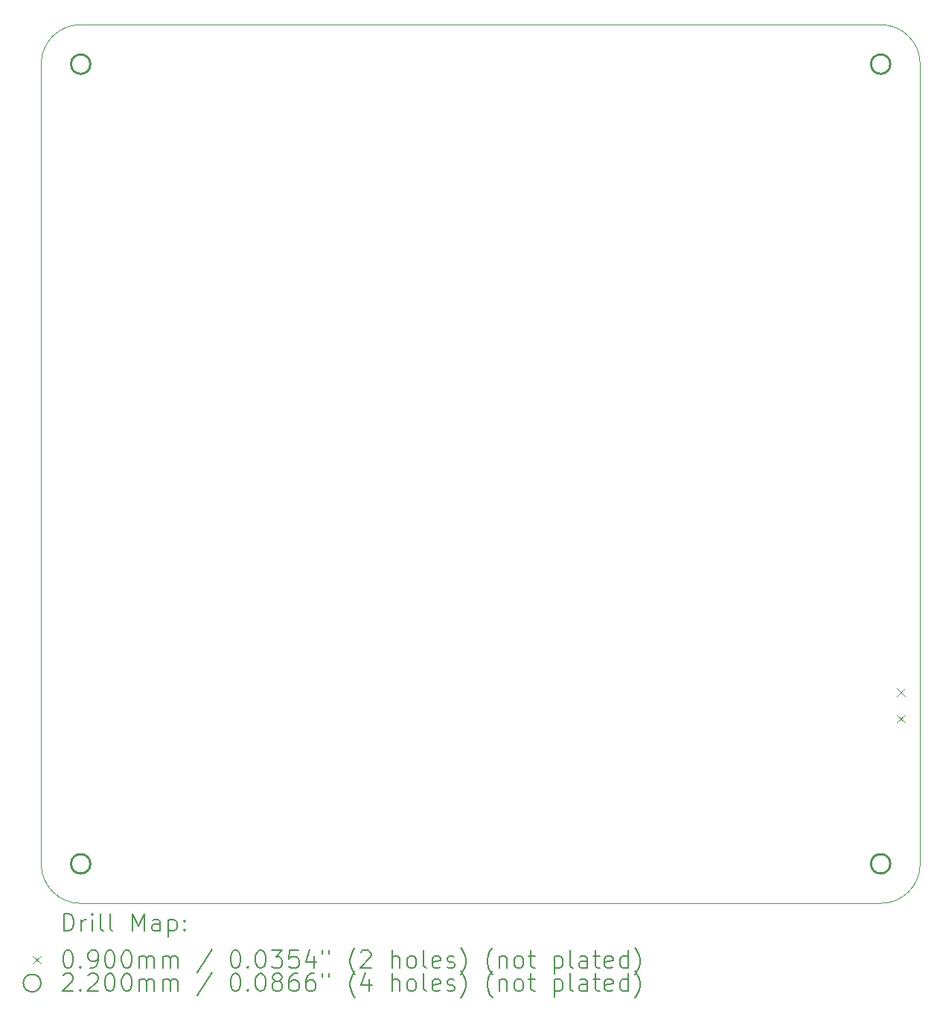
<source format=gbr>
%TF.GenerationSoftware,KiCad,Pcbnew,8.0.5*%
%TF.CreationDate,2024-12-21T22:21:37-05:00*%
%TF.ProjectId,stm-midi-poc1,73746d2d-6d69-4646-992d-706f63312e6b,1*%
%TF.SameCoordinates,Original*%
%TF.FileFunction,Drillmap*%
%TF.FilePolarity,Positive*%
%FSLAX45Y45*%
G04 Gerber Fmt 4.5, Leading zero omitted, Abs format (unit mm)*
G04 Created by KiCad (PCBNEW 8.0.5) date 2024-12-21 22:21:37*
%MOMM*%
%LPD*%
G01*
G04 APERTURE LIST*
%ADD10C,0.050000*%
%ADD11C,0.200000*%
%ADD12C,0.100000*%
%ADD13C,0.220000*%
G04 APERTURE END LIST*
D10*
X20699118Y-13197848D02*
X20699118Y-4097848D01*
X20249118Y-3647848D02*
X11149118Y-3647848D01*
X20249118Y-3647848D02*
G75*
G02*
X20699122Y-4097848I2J-450002D01*
G01*
X20249118Y-13647848D02*
X11149118Y-13647848D01*
X11149118Y-13647848D02*
G75*
G02*
X10699122Y-13197848I2J449998D01*
G01*
X10699118Y-4097848D02*
X10699118Y-13197848D01*
X20699118Y-13197848D02*
G75*
G02*
X20249118Y-13647848I-449998J-2D01*
G01*
X10699118Y-4097848D02*
G75*
G02*
X11149118Y-3647848I450002J-2D01*
G01*
D11*
D12*
X20437118Y-11202848D02*
X20527118Y-11292848D01*
X20527118Y-11202848D02*
X20437118Y-11292848D01*
X20437118Y-11502848D02*
X20527118Y-11592848D01*
X20527118Y-11502848D02*
X20437118Y-11592848D01*
D13*
X11259118Y-13197848D02*
G75*
G02*
X11039118Y-13197848I-110000J0D01*
G01*
X11039118Y-13197848D02*
G75*
G02*
X11259118Y-13197848I110000J0D01*
G01*
X11259118Y-4097848D02*
G75*
G02*
X11039118Y-4097848I-110000J0D01*
G01*
X11039118Y-4097848D02*
G75*
G02*
X11259118Y-4097848I110000J0D01*
G01*
X20359118Y-4097848D02*
G75*
G02*
X20139118Y-4097848I-110000J0D01*
G01*
X20139118Y-4097848D02*
G75*
G02*
X20359118Y-4097848I110000J0D01*
G01*
X20359118Y-13197848D02*
G75*
G02*
X20139118Y-13197848I-110000J0D01*
G01*
X20139118Y-13197848D02*
G75*
G02*
X20359118Y-13197848I110000J0D01*
G01*
D11*
X10957395Y-13961832D02*
X10957395Y-13761832D01*
X10957395Y-13761832D02*
X11005014Y-13761832D01*
X11005014Y-13761832D02*
X11033585Y-13771356D01*
X11033585Y-13771356D02*
X11052633Y-13790403D01*
X11052633Y-13790403D02*
X11062157Y-13809451D01*
X11062157Y-13809451D02*
X11071681Y-13847546D01*
X11071681Y-13847546D02*
X11071681Y-13876118D01*
X11071681Y-13876118D02*
X11062157Y-13914213D01*
X11062157Y-13914213D02*
X11052633Y-13933260D01*
X11052633Y-13933260D02*
X11033585Y-13952308D01*
X11033585Y-13952308D02*
X11005014Y-13961832D01*
X11005014Y-13961832D02*
X10957395Y-13961832D01*
X11157395Y-13961832D02*
X11157395Y-13828498D01*
X11157395Y-13866594D02*
X11166919Y-13847546D01*
X11166919Y-13847546D02*
X11176443Y-13838022D01*
X11176443Y-13838022D02*
X11195490Y-13828498D01*
X11195490Y-13828498D02*
X11214538Y-13828498D01*
X11281204Y-13961832D02*
X11281204Y-13828498D01*
X11281204Y-13761832D02*
X11271681Y-13771356D01*
X11271681Y-13771356D02*
X11281204Y-13780879D01*
X11281204Y-13780879D02*
X11290728Y-13771356D01*
X11290728Y-13771356D02*
X11281204Y-13761832D01*
X11281204Y-13761832D02*
X11281204Y-13780879D01*
X11405014Y-13961832D02*
X11385966Y-13952308D01*
X11385966Y-13952308D02*
X11376442Y-13933260D01*
X11376442Y-13933260D02*
X11376442Y-13761832D01*
X11509776Y-13961832D02*
X11490728Y-13952308D01*
X11490728Y-13952308D02*
X11481204Y-13933260D01*
X11481204Y-13933260D02*
X11481204Y-13761832D01*
X11738347Y-13961832D02*
X11738347Y-13761832D01*
X11738347Y-13761832D02*
X11805014Y-13904689D01*
X11805014Y-13904689D02*
X11871681Y-13761832D01*
X11871681Y-13761832D02*
X11871681Y-13961832D01*
X12052633Y-13961832D02*
X12052633Y-13857070D01*
X12052633Y-13857070D02*
X12043109Y-13838022D01*
X12043109Y-13838022D02*
X12024062Y-13828498D01*
X12024062Y-13828498D02*
X11985966Y-13828498D01*
X11985966Y-13828498D02*
X11966919Y-13838022D01*
X12052633Y-13952308D02*
X12033585Y-13961832D01*
X12033585Y-13961832D02*
X11985966Y-13961832D01*
X11985966Y-13961832D02*
X11966919Y-13952308D01*
X11966919Y-13952308D02*
X11957395Y-13933260D01*
X11957395Y-13933260D02*
X11957395Y-13914213D01*
X11957395Y-13914213D02*
X11966919Y-13895165D01*
X11966919Y-13895165D02*
X11985966Y-13885641D01*
X11985966Y-13885641D02*
X12033585Y-13885641D01*
X12033585Y-13885641D02*
X12052633Y-13876118D01*
X12147871Y-13828498D02*
X12147871Y-14028498D01*
X12147871Y-13838022D02*
X12166919Y-13828498D01*
X12166919Y-13828498D02*
X12205014Y-13828498D01*
X12205014Y-13828498D02*
X12224062Y-13838022D01*
X12224062Y-13838022D02*
X12233585Y-13847546D01*
X12233585Y-13847546D02*
X12243109Y-13866594D01*
X12243109Y-13866594D02*
X12243109Y-13923737D01*
X12243109Y-13923737D02*
X12233585Y-13942784D01*
X12233585Y-13942784D02*
X12224062Y-13952308D01*
X12224062Y-13952308D02*
X12205014Y-13961832D01*
X12205014Y-13961832D02*
X12166919Y-13961832D01*
X12166919Y-13961832D02*
X12147871Y-13952308D01*
X12328823Y-13942784D02*
X12338347Y-13952308D01*
X12338347Y-13952308D02*
X12328823Y-13961832D01*
X12328823Y-13961832D02*
X12319300Y-13952308D01*
X12319300Y-13952308D02*
X12328823Y-13942784D01*
X12328823Y-13942784D02*
X12328823Y-13961832D01*
X12328823Y-13838022D02*
X12338347Y-13847546D01*
X12338347Y-13847546D02*
X12328823Y-13857070D01*
X12328823Y-13857070D02*
X12319300Y-13847546D01*
X12319300Y-13847546D02*
X12328823Y-13838022D01*
X12328823Y-13838022D02*
X12328823Y-13857070D01*
D12*
X10606618Y-14245348D02*
X10696618Y-14335348D01*
X10696618Y-14245348D02*
X10606618Y-14335348D01*
D11*
X10995490Y-14181832D02*
X11014538Y-14181832D01*
X11014538Y-14181832D02*
X11033585Y-14191356D01*
X11033585Y-14191356D02*
X11043109Y-14200879D01*
X11043109Y-14200879D02*
X11052633Y-14219927D01*
X11052633Y-14219927D02*
X11062157Y-14258022D01*
X11062157Y-14258022D02*
X11062157Y-14305641D01*
X11062157Y-14305641D02*
X11052633Y-14343737D01*
X11052633Y-14343737D02*
X11043109Y-14362784D01*
X11043109Y-14362784D02*
X11033585Y-14372308D01*
X11033585Y-14372308D02*
X11014538Y-14381832D01*
X11014538Y-14381832D02*
X10995490Y-14381832D01*
X10995490Y-14381832D02*
X10976443Y-14372308D01*
X10976443Y-14372308D02*
X10966919Y-14362784D01*
X10966919Y-14362784D02*
X10957395Y-14343737D01*
X10957395Y-14343737D02*
X10947871Y-14305641D01*
X10947871Y-14305641D02*
X10947871Y-14258022D01*
X10947871Y-14258022D02*
X10957395Y-14219927D01*
X10957395Y-14219927D02*
X10966919Y-14200879D01*
X10966919Y-14200879D02*
X10976443Y-14191356D01*
X10976443Y-14191356D02*
X10995490Y-14181832D01*
X11147871Y-14362784D02*
X11157395Y-14372308D01*
X11157395Y-14372308D02*
X11147871Y-14381832D01*
X11147871Y-14381832D02*
X11138347Y-14372308D01*
X11138347Y-14372308D02*
X11147871Y-14362784D01*
X11147871Y-14362784D02*
X11147871Y-14381832D01*
X11252633Y-14381832D02*
X11290728Y-14381832D01*
X11290728Y-14381832D02*
X11309776Y-14372308D01*
X11309776Y-14372308D02*
X11319300Y-14362784D01*
X11319300Y-14362784D02*
X11338347Y-14334213D01*
X11338347Y-14334213D02*
X11347871Y-14296118D01*
X11347871Y-14296118D02*
X11347871Y-14219927D01*
X11347871Y-14219927D02*
X11338347Y-14200879D01*
X11338347Y-14200879D02*
X11328823Y-14191356D01*
X11328823Y-14191356D02*
X11309776Y-14181832D01*
X11309776Y-14181832D02*
X11271681Y-14181832D01*
X11271681Y-14181832D02*
X11252633Y-14191356D01*
X11252633Y-14191356D02*
X11243109Y-14200879D01*
X11243109Y-14200879D02*
X11233585Y-14219927D01*
X11233585Y-14219927D02*
X11233585Y-14267546D01*
X11233585Y-14267546D02*
X11243109Y-14286594D01*
X11243109Y-14286594D02*
X11252633Y-14296118D01*
X11252633Y-14296118D02*
X11271681Y-14305641D01*
X11271681Y-14305641D02*
X11309776Y-14305641D01*
X11309776Y-14305641D02*
X11328823Y-14296118D01*
X11328823Y-14296118D02*
X11338347Y-14286594D01*
X11338347Y-14286594D02*
X11347871Y-14267546D01*
X11471681Y-14181832D02*
X11490728Y-14181832D01*
X11490728Y-14181832D02*
X11509776Y-14191356D01*
X11509776Y-14191356D02*
X11519300Y-14200879D01*
X11519300Y-14200879D02*
X11528823Y-14219927D01*
X11528823Y-14219927D02*
X11538347Y-14258022D01*
X11538347Y-14258022D02*
X11538347Y-14305641D01*
X11538347Y-14305641D02*
X11528823Y-14343737D01*
X11528823Y-14343737D02*
X11519300Y-14362784D01*
X11519300Y-14362784D02*
X11509776Y-14372308D01*
X11509776Y-14372308D02*
X11490728Y-14381832D01*
X11490728Y-14381832D02*
X11471681Y-14381832D01*
X11471681Y-14381832D02*
X11452633Y-14372308D01*
X11452633Y-14372308D02*
X11443109Y-14362784D01*
X11443109Y-14362784D02*
X11433585Y-14343737D01*
X11433585Y-14343737D02*
X11424062Y-14305641D01*
X11424062Y-14305641D02*
X11424062Y-14258022D01*
X11424062Y-14258022D02*
X11433585Y-14219927D01*
X11433585Y-14219927D02*
X11443109Y-14200879D01*
X11443109Y-14200879D02*
X11452633Y-14191356D01*
X11452633Y-14191356D02*
X11471681Y-14181832D01*
X11662157Y-14181832D02*
X11681204Y-14181832D01*
X11681204Y-14181832D02*
X11700252Y-14191356D01*
X11700252Y-14191356D02*
X11709776Y-14200879D01*
X11709776Y-14200879D02*
X11719300Y-14219927D01*
X11719300Y-14219927D02*
X11728823Y-14258022D01*
X11728823Y-14258022D02*
X11728823Y-14305641D01*
X11728823Y-14305641D02*
X11719300Y-14343737D01*
X11719300Y-14343737D02*
X11709776Y-14362784D01*
X11709776Y-14362784D02*
X11700252Y-14372308D01*
X11700252Y-14372308D02*
X11681204Y-14381832D01*
X11681204Y-14381832D02*
X11662157Y-14381832D01*
X11662157Y-14381832D02*
X11643109Y-14372308D01*
X11643109Y-14372308D02*
X11633585Y-14362784D01*
X11633585Y-14362784D02*
X11624062Y-14343737D01*
X11624062Y-14343737D02*
X11614538Y-14305641D01*
X11614538Y-14305641D02*
X11614538Y-14258022D01*
X11614538Y-14258022D02*
X11624062Y-14219927D01*
X11624062Y-14219927D02*
X11633585Y-14200879D01*
X11633585Y-14200879D02*
X11643109Y-14191356D01*
X11643109Y-14191356D02*
X11662157Y-14181832D01*
X11814538Y-14381832D02*
X11814538Y-14248498D01*
X11814538Y-14267546D02*
X11824062Y-14258022D01*
X11824062Y-14258022D02*
X11843109Y-14248498D01*
X11843109Y-14248498D02*
X11871681Y-14248498D01*
X11871681Y-14248498D02*
X11890728Y-14258022D01*
X11890728Y-14258022D02*
X11900252Y-14277070D01*
X11900252Y-14277070D02*
X11900252Y-14381832D01*
X11900252Y-14277070D02*
X11909776Y-14258022D01*
X11909776Y-14258022D02*
X11928823Y-14248498D01*
X11928823Y-14248498D02*
X11957395Y-14248498D01*
X11957395Y-14248498D02*
X11976443Y-14258022D01*
X11976443Y-14258022D02*
X11985966Y-14277070D01*
X11985966Y-14277070D02*
X11985966Y-14381832D01*
X12081204Y-14381832D02*
X12081204Y-14248498D01*
X12081204Y-14267546D02*
X12090728Y-14258022D01*
X12090728Y-14258022D02*
X12109776Y-14248498D01*
X12109776Y-14248498D02*
X12138347Y-14248498D01*
X12138347Y-14248498D02*
X12157395Y-14258022D01*
X12157395Y-14258022D02*
X12166919Y-14277070D01*
X12166919Y-14277070D02*
X12166919Y-14381832D01*
X12166919Y-14277070D02*
X12176443Y-14258022D01*
X12176443Y-14258022D02*
X12195490Y-14248498D01*
X12195490Y-14248498D02*
X12224062Y-14248498D01*
X12224062Y-14248498D02*
X12243109Y-14258022D01*
X12243109Y-14258022D02*
X12252633Y-14277070D01*
X12252633Y-14277070D02*
X12252633Y-14381832D01*
X12643109Y-14172308D02*
X12471681Y-14429451D01*
X12900252Y-14181832D02*
X12919300Y-14181832D01*
X12919300Y-14181832D02*
X12938347Y-14191356D01*
X12938347Y-14191356D02*
X12947871Y-14200879D01*
X12947871Y-14200879D02*
X12957395Y-14219927D01*
X12957395Y-14219927D02*
X12966919Y-14258022D01*
X12966919Y-14258022D02*
X12966919Y-14305641D01*
X12966919Y-14305641D02*
X12957395Y-14343737D01*
X12957395Y-14343737D02*
X12947871Y-14362784D01*
X12947871Y-14362784D02*
X12938347Y-14372308D01*
X12938347Y-14372308D02*
X12919300Y-14381832D01*
X12919300Y-14381832D02*
X12900252Y-14381832D01*
X12900252Y-14381832D02*
X12881205Y-14372308D01*
X12881205Y-14372308D02*
X12871681Y-14362784D01*
X12871681Y-14362784D02*
X12862157Y-14343737D01*
X12862157Y-14343737D02*
X12852633Y-14305641D01*
X12852633Y-14305641D02*
X12852633Y-14258022D01*
X12852633Y-14258022D02*
X12862157Y-14219927D01*
X12862157Y-14219927D02*
X12871681Y-14200879D01*
X12871681Y-14200879D02*
X12881205Y-14191356D01*
X12881205Y-14191356D02*
X12900252Y-14181832D01*
X13052633Y-14362784D02*
X13062157Y-14372308D01*
X13062157Y-14372308D02*
X13052633Y-14381832D01*
X13052633Y-14381832D02*
X13043109Y-14372308D01*
X13043109Y-14372308D02*
X13052633Y-14362784D01*
X13052633Y-14362784D02*
X13052633Y-14381832D01*
X13185966Y-14181832D02*
X13205014Y-14181832D01*
X13205014Y-14181832D02*
X13224062Y-14191356D01*
X13224062Y-14191356D02*
X13233586Y-14200879D01*
X13233586Y-14200879D02*
X13243109Y-14219927D01*
X13243109Y-14219927D02*
X13252633Y-14258022D01*
X13252633Y-14258022D02*
X13252633Y-14305641D01*
X13252633Y-14305641D02*
X13243109Y-14343737D01*
X13243109Y-14343737D02*
X13233586Y-14362784D01*
X13233586Y-14362784D02*
X13224062Y-14372308D01*
X13224062Y-14372308D02*
X13205014Y-14381832D01*
X13205014Y-14381832D02*
X13185966Y-14381832D01*
X13185966Y-14381832D02*
X13166919Y-14372308D01*
X13166919Y-14372308D02*
X13157395Y-14362784D01*
X13157395Y-14362784D02*
X13147871Y-14343737D01*
X13147871Y-14343737D02*
X13138347Y-14305641D01*
X13138347Y-14305641D02*
X13138347Y-14258022D01*
X13138347Y-14258022D02*
X13147871Y-14219927D01*
X13147871Y-14219927D02*
X13157395Y-14200879D01*
X13157395Y-14200879D02*
X13166919Y-14191356D01*
X13166919Y-14191356D02*
X13185966Y-14181832D01*
X13319300Y-14181832D02*
X13443109Y-14181832D01*
X13443109Y-14181832D02*
X13376443Y-14258022D01*
X13376443Y-14258022D02*
X13405014Y-14258022D01*
X13405014Y-14258022D02*
X13424062Y-14267546D01*
X13424062Y-14267546D02*
X13433586Y-14277070D01*
X13433586Y-14277070D02*
X13443109Y-14296118D01*
X13443109Y-14296118D02*
X13443109Y-14343737D01*
X13443109Y-14343737D02*
X13433586Y-14362784D01*
X13433586Y-14362784D02*
X13424062Y-14372308D01*
X13424062Y-14372308D02*
X13405014Y-14381832D01*
X13405014Y-14381832D02*
X13347871Y-14381832D01*
X13347871Y-14381832D02*
X13328824Y-14372308D01*
X13328824Y-14372308D02*
X13319300Y-14362784D01*
X13624062Y-14181832D02*
X13528824Y-14181832D01*
X13528824Y-14181832D02*
X13519300Y-14277070D01*
X13519300Y-14277070D02*
X13528824Y-14267546D01*
X13528824Y-14267546D02*
X13547871Y-14258022D01*
X13547871Y-14258022D02*
X13595490Y-14258022D01*
X13595490Y-14258022D02*
X13614538Y-14267546D01*
X13614538Y-14267546D02*
X13624062Y-14277070D01*
X13624062Y-14277070D02*
X13633586Y-14296118D01*
X13633586Y-14296118D02*
X13633586Y-14343737D01*
X13633586Y-14343737D02*
X13624062Y-14362784D01*
X13624062Y-14362784D02*
X13614538Y-14372308D01*
X13614538Y-14372308D02*
X13595490Y-14381832D01*
X13595490Y-14381832D02*
X13547871Y-14381832D01*
X13547871Y-14381832D02*
X13528824Y-14372308D01*
X13528824Y-14372308D02*
X13519300Y-14362784D01*
X13805014Y-14248498D02*
X13805014Y-14381832D01*
X13757395Y-14172308D02*
X13709776Y-14315165D01*
X13709776Y-14315165D02*
X13833586Y-14315165D01*
X13900252Y-14181832D02*
X13900252Y-14219927D01*
X13976443Y-14181832D02*
X13976443Y-14219927D01*
X14271681Y-14458022D02*
X14262157Y-14448498D01*
X14262157Y-14448498D02*
X14243109Y-14419927D01*
X14243109Y-14419927D02*
X14233586Y-14400879D01*
X14233586Y-14400879D02*
X14224062Y-14372308D01*
X14224062Y-14372308D02*
X14214538Y-14324689D01*
X14214538Y-14324689D02*
X14214538Y-14286594D01*
X14214538Y-14286594D02*
X14224062Y-14238975D01*
X14224062Y-14238975D02*
X14233586Y-14210403D01*
X14233586Y-14210403D02*
X14243109Y-14191356D01*
X14243109Y-14191356D02*
X14262157Y-14162784D01*
X14262157Y-14162784D02*
X14271681Y-14153260D01*
X14338348Y-14200879D02*
X14347871Y-14191356D01*
X14347871Y-14191356D02*
X14366919Y-14181832D01*
X14366919Y-14181832D02*
X14414538Y-14181832D01*
X14414538Y-14181832D02*
X14433586Y-14191356D01*
X14433586Y-14191356D02*
X14443109Y-14200879D01*
X14443109Y-14200879D02*
X14452633Y-14219927D01*
X14452633Y-14219927D02*
X14452633Y-14238975D01*
X14452633Y-14238975D02*
X14443109Y-14267546D01*
X14443109Y-14267546D02*
X14328824Y-14381832D01*
X14328824Y-14381832D02*
X14452633Y-14381832D01*
X14690729Y-14381832D02*
X14690729Y-14181832D01*
X14776443Y-14381832D02*
X14776443Y-14277070D01*
X14776443Y-14277070D02*
X14766919Y-14258022D01*
X14766919Y-14258022D02*
X14747871Y-14248498D01*
X14747871Y-14248498D02*
X14719300Y-14248498D01*
X14719300Y-14248498D02*
X14700252Y-14258022D01*
X14700252Y-14258022D02*
X14690729Y-14267546D01*
X14900252Y-14381832D02*
X14881205Y-14372308D01*
X14881205Y-14372308D02*
X14871681Y-14362784D01*
X14871681Y-14362784D02*
X14862157Y-14343737D01*
X14862157Y-14343737D02*
X14862157Y-14286594D01*
X14862157Y-14286594D02*
X14871681Y-14267546D01*
X14871681Y-14267546D02*
X14881205Y-14258022D01*
X14881205Y-14258022D02*
X14900252Y-14248498D01*
X14900252Y-14248498D02*
X14928824Y-14248498D01*
X14928824Y-14248498D02*
X14947871Y-14258022D01*
X14947871Y-14258022D02*
X14957395Y-14267546D01*
X14957395Y-14267546D02*
X14966919Y-14286594D01*
X14966919Y-14286594D02*
X14966919Y-14343737D01*
X14966919Y-14343737D02*
X14957395Y-14362784D01*
X14957395Y-14362784D02*
X14947871Y-14372308D01*
X14947871Y-14372308D02*
X14928824Y-14381832D01*
X14928824Y-14381832D02*
X14900252Y-14381832D01*
X15081205Y-14381832D02*
X15062157Y-14372308D01*
X15062157Y-14372308D02*
X15052633Y-14353260D01*
X15052633Y-14353260D02*
X15052633Y-14181832D01*
X15233586Y-14372308D02*
X15214538Y-14381832D01*
X15214538Y-14381832D02*
X15176443Y-14381832D01*
X15176443Y-14381832D02*
X15157395Y-14372308D01*
X15157395Y-14372308D02*
X15147871Y-14353260D01*
X15147871Y-14353260D02*
X15147871Y-14277070D01*
X15147871Y-14277070D02*
X15157395Y-14258022D01*
X15157395Y-14258022D02*
X15176443Y-14248498D01*
X15176443Y-14248498D02*
X15214538Y-14248498D01*
X15214538Y-14248498D02*
X15233586Y-14258022D01*
X15233586Y-14258022D02*
X15243110Y-14277070D01*
X15243110Y-14277070D02*
X15243110Y-14296118D01*
X15243110Y-14296118D02*
X15147871Y-14315165D01*
X15319300Y-14372308D02*
X15338348Y-14381832D01*
X15338348Y-14381832D02*
X15376443Y-14381832D01*
X15376443Y-14381832D02*
X15395491Y-14372308D01*
X15395491Y-14372308D02*
X15405014Y-14353260D01*
X15405014Y-14353260D02*
X15405014Y-14343737D01*
X15405014Y-14343737D02*
X15395491Y-14324689D01*
X15395491Y-14324689D02*
X15376443Y-14315165D01*
X15376443Y-14315165D02*
X15347871Y-14315165D01*
X15347871Y-14315165D02*
X15328824Y-14305641D01*
X15328824Y-14305641D02*
X15319300Y-14286594D01*
X15319300Y-14286594D02*
X15319300Y-14277070D01*
X15319300Y-14277070D02*
X15328824Y-14258022D01*
X15328824Y-14258022D02*
X15347871Y-14248498D01*
X15347871Y-14248498D02*
X15376443Y-14248498D01*
X15376443Y-14248498D02*
X15395491Y-14258022D01*
X15471681Y-14458022D02*
X15481205Y-14448498D01*
X15481205Y-14448498D02*
X15500252Y-14419927D01*
X15500252Y-14419927D02*
X15509776Y-14400879D01*
X15509776Y-14400879D02*
X15519300Y-14372308D01*
X15519300Y-14372308D02*
X15528824Y-14324689D01*
X15528824Y-14324689D02*
X15528824Y-14286594D01*
X15528824Y-14286594D02*
X15519300Y-14238975D01*
X15519300Y-14238975D02*
X15509776Y-14210403D01*
X15509776Y-14210403D02*
X15500252Y-14191356D01*
X15500252Y-14191356D02*
X15481205Y-14162784D01*
X15481205Y-14162784D02*
X15471681Y-14153260D01*
X15833586Y-14458022D02*
X15824062Y-14448498D01*
X15824062Y-14448498D02*
X15805014Y-14419927D01*
X15805014Y-14419927D02*
X15795491Y-14400879D01*
X15795491Y-14400879D02*
X15785967Y-14372308D01*
X15785967Y-14372308D02*
X15776443Y-14324689D01*
X15776443Y-14324689D02*
X15776443Y-14286594D01*
X15776443Y-14286594D02*
X15785967Y-14238975D01*
X15785967Y-14238975D02*
X15795491Y-14210403D01*
X15795491Y-14210403D02*
X15805014Y-14191356D01*
X15805014Y-14191356D02*
X15824062Y-14162784D01*
X15824062Y-14162784D02*
X15833586Y-14153260D01*
X15909776Y-14248498D02*
X15909776Y-14381832D01*
X15909776Y-14267546D02*
X15919300Y-14258022D01*
X15919300Y-14258022D02*
X15938348Y-14248498D01*
X15938348Y-14248498D02*
X15966919Y-14248498D01*
X15966919Y-14248498D02*
X15985967Y-14258022D01*
X15985967Y-14258022D02*
X15995491Y-14277070D01*
X15995491Y-14277070D02*
X15995491Y-14381832D01*
X16119300Y-14381832D02*
X16100252Y-14372308D01*
X16100252Y-14372308D02*
X16090729Y-14362784D01*
X16090729Y-14362784D02*
X16081205Y-14343737D01*
X16081205Y-14343737D02*
X16081205Y-14286594D01*
X16081205Y-14286594D02*
X16090729Y-14267546D01*
X16090729Y-14267546D02*
X16100252Y-14258022D01*
X16100252Y-14258022D02*
X16119300Y-14248498D01*
X16119300Y-14248498D02*
X16147872Y-14248498D01*
X16147872Y-14248498D02*
X16166919Y-14258022D01*
X16166919Y-14258022D02*
X16176443Y-14267546D01*
X16176443Y-14267546D02*
X16185967Y-14286594D01*
X16185967Y-14286594D02*
X16185967Y-14343737D01*
X16185967Y-14343737D02*
X16176443Y-14362784D01*
X16176443Y-14362784D02*
X16166919Y-14372308D01*
X16166919Y-14372308D02*
X16147872Y-14381832D01*
X16147872Y-14381832D02*
X16119300Y-14381832D01*
X16243110Y-14248498D02*
X16319300Y-14248498D01*
X16271681Y-14181832D02*
X16271681Y-14353260D01*
X16271681Y-14353260D02*
X16281205Y-14372308D01*
X16281205Y-14372308D02*
X16300252Y-14381832D01*
X16300252Y-14381832D02*
X16319300Y-14381832D01*
X16538348Y-14248498D02*
X16538348Y-14448498D01*
X16538348Y-14258022D02*
X16557395Y-14248498D01*
X16557395Y-14248498D02*
X16595491Y-14248498D01*
X16595491Y-14248498D02*
X16614538Y-14258022D01*
X16614538Y-14258022D02*
X16624062Y-14267546D01*
X16624062Y-14267546D02*
X16633586Y-14286594D01*
X16633586Y-14286594D02*
X16633586Y-14343737D01*
X16633586Y-14343737D02*
X16624062Y-14362784D01*
X16624062Y-14362784D02*
X16614538Y-14372308D01*
X16614538Y-14372308D02*
X16595491Y-14381832D01*
X16595491Y-14381832D02*
X16557395Y-14381832D01*
X16557395Y-14381832D02*
X16538348Y-14372308D01*
X16747872Y-14381832D02*
X16728824Y-14372308D01*
X16728824Y-14372308D02*
X16719300Y-14353260D01*
X16719300Y-14353260D02*
X16719300Y-14181832D01*
X16909776Y-14381832D02*
X16909776Y-14277070D01*
X16909776Y-14277070D02*
X16900253Y-14258022D01*
X16900253Y-14258022D02*
X16881205Y-14248498D01*
X16881205Y-14248498D02*
X16843110Y-14248498D01*
X16843110Y-14248498D02*
X16824062Y-14258022D01*
X16909776Y-14372308D02*
X16890729Y-14381832D01*
X16890729Y-14381832D02*
X16843110Y-14381832D01*
X16843110Y-14381832D02*
X16824062Y-14372308D01*
X16824062Y-14372308D02*
X16814538Y-14353260D01*
X16814538Y-14353260D02*
X16814538Y-14334213D01*
X16814538Y-14334213D02*
X16824062Y-14315165D01*
X16824062Y-14315165D02*
X16843110Y-14305641D01*
X16843110Y-14305641D02*
X16890729Y-14305641D01*
X16890729Y-14305641D02*
X16909776Y-14296118D01*
X16976443Y-14248498D02*
X17052634Y-14248498D01*
X17005015Y-14181832D02*
X17005015Y-14353260D01*
X17005015Y-14353260D02*
X17014538Y-14372308D01*
X17014538Y-14372308D02*
X17033586Y-14381832D01*
X17033586Y-14381832D02*
X17052634Y-14381832D01*
X17195491Y-14372308D02*
X17176443Y-14381832D01*
X17176443Y-14381832D02*
X17138348Y-14381832D01*
X17138348Y-14381832D02*
X17119300Y-14372308D01*
X17119300Y-14372308D02*
X17109776Y-14353260D01*
X17109776Y-14353260D02*
X17109776Y-14277070D01*
X17109776Y-14277070D02*
X17119300Y-14258022D01*
X17119300Y-14258022D02*
X17138348Y-14248498D01*
X17138348Y-14248498D02*
X17176443Y-14248498D01*
X17176443Y-14248498D02*
X17195491Y-14258022D01*
X17195491Y-14258022D02*
X17205015Y-14277070D01*
X17205015Y-14277070D02*
X17205015Y-14296118D01*
X17205015Y-14296118D02*
X17109776Y-14315165D01*
X17376443Y-14381832D02*
X17376443Y-14181832D01*
X17376443Y-14372308D02*
X17357396Y-14381832D01*
X17357396Y-14381832D02*
X17319300Y-14381832D01*
X17319300Y-14381832D02*
X17300253Y-14372308D01*
X17300253Y-14372308D02*
X17290729Y-14362784D01*
X17290729Y-14362784D02*
X17281205Y-14343737D01*
X17281205Y-14343737D02*
X17281205Y-14286594D01*
X17281205Y-14286594D02*
X17290729Y-14267546D01*
X17290729Y-14267546D02*
X17300253Y-14258022D01*
X17300253Y-14258022D02*
X17319300Y-14248498D01*
X17319300Y-14248498D02*
X17357396Y-14248498D01*
X17357396Y-14248498D02*
X17376443Y-14258022D01*
X17452634Y-14458022D02*
X17462157Y-14448498D01*
X17462157Y-14448498D02*
X17481205Y-14419927D01*
X17481205Y-14419927D02*
X17490729Y-14400879D01*
X17490729Y-14400879D02*
X17500253Y-14372308D01*
X17500253Y-14372308D02*
X17509776Y-14324689D01*
X17509776Y-14324689D02*
X17509776Y-14286594D01*
X17509776Y-14286594D02*
X17500253Y-14238975D01*
X17500253Y-14238975D02*
X17490729Y-14210403D01*
X17490729Y-14210403D02*
X17481205Y-14191356D01*
X17481205Y-14191356D02*
X17462157Y-14162784D01*
X17462157Y-14162784D02*
X17452634Y-14153260D01*
X10696618Y-14554348D02*
G75*
G02*
X10496618Y-14554348I-100000J0D01*
G01*
X10496618Y-14554348D02*
G75*
G02*
X10696618Y-14554348I100000J0D01*
G01*
X10947871Y-14464879D02*
X10957395Y-14455356D01*
X10957395Y-14455356D02*
X10976443Y-14445832D01*
X10976443Y-14445832D02*
X11024062Y-14445832D01*
X11024062Y-14445832D02*
X11043109Y-14455356D01*
X11043109Y-14455356D02*
X11052633Y-14464879D01*
X11052633Y-14464879D02*
X11062157Y-14483927D01*
X11062157Y-14483927D02*
X11062157Y-14502975D01*
X11062157Y-14502975D02*
X11052633Y-14531546D01*
X11052633Y-14531546D02*
X10938347Y-14645832D01*
X10938347Y-14645832D02*
X11062157Y-14645832D01*
X11147871Y-14626784D02*
X11157395Y-14636308D01*
X11157395Y-14636308D02*
X11147871Y-14645832D01*
X11147871Y-14645832D02*
X11138347Y-14636308D01*
X11138347Y-14636308D02*
X11147871Y-14626784D01*
X11147871Y-14626784D02*
X11147871Y-14645832D01*
X11233585Y-14464879D02*
X11243109Y-14455356D01*
X11243109Y-14455356D02*
X11262157Y-14445832D01*
X11262157Y-14445832D02*
X11309776Y-14445832D01*
X11309776Y-14445832D02*
X11328823Y-14455356D01*
X11328823Y-14455356D02*
X11338347Y-14464879D01*
X11338347Y-14464879D02*
X11347871Y-14483927D01*
X11347871Y-14483927D02*
X11347871Y-14502975D01*
X11347871Y-14502975D02*
X11338347Y-14531546D01*
X11338347Y-14531546D02*
X11224062Y-14645832D01*
X11224062Y-14645832D02*
X11347871Y-14645832D01*
X11471681Y-14445832D02*
X11490728Y-14445832D01*
X11490728Y-14445832D02*
X11509776Y-14455356D01*
X11509776Y-14455356D02*
X11519300Y-14464879D01*
X11519300Y-14464879D02*
X11528823Y-14483927D01*
X11528823Y-14483927D02*
X11538347Y-14522022D01*
X11538347Y-14522022D02*
X11538347Y-14569641D01*
X11538347Y-14569641D02*
X11528823Y-14607737D01*
X11528823Y-14607737D02*
X11519300Y-14626784D01*
X11519300Y-14626784D02*
X11509776Y-14636308D01*
X11509776Y-14636308D02*
X11490728Y-14645832D01*
X11490728Y-14645832D02*
X11471681Y-14645832D01*
X11471681Y-14645832D02*
X11452633Y-14636308D01*
X11452633Y-14636308D02*
X11443109Y-14626784D01*
X11443109Y-14626784D02*
X11433585Y-14607737D01*
X11433585Y-14607737D02*
X11424062Y-14569641D01*
X11424062Y-14569641D02*
X11424062Y-14522022D01*
X11424062Y-14522022D02*
X11433585Y-14483927D01*
X11433585Y-14483927D02*
X11443109Y-14464879D01*
X11443109Y-14464879D02*
X11452633Y-14455356D01*
X11452633Y-14455356D02*
X11471681Y-14445832D01*
X11662157Y-14445832D02*
X11681204Y-14445832D01*
X11681204Y-14445832D02*
X11700252Y-14455356D01*
X11700252Y-14455356D02*
X11709776Y-14464879D01*
X11709776Y-14464879D02*
X11719300Y-14483927D01*
X11719300Y-14483927D02*
X11728823Y-14522022D01*
X11728823Y-14522022D02*
X11728823Y-14569641D01*
X11728823Y-14569641D02*
X11719300Y-14607737D01*
X11719300Y-14607737D02*
X11709776Y-14626784D01*
X11709776Y-14626784D02*
X11700252Y-14636308D01*
X11700252Y-14636308D02*
X11681204Y-14645832D01*
X11681204Y-14645832D02*
X11662157Y-14645832D01*
X11662157Y-14645832D02*
X11643109Y-14636308D01*
X11643109Y-14636308D02*
X11633585Y-14626784D01*
X11633585Y-14626784D02*
X11624062Y-14607737D01*
X11624062Y-14607737D02*
X11614538Y-14569641D01*
X11614538Y-14569641D02*
X11614538Y-14522022D01*
X11614538Y-14522022D02*
X11624062Y-14483927D01*
X11624062Y-14483927D02*
X11633585Y-14464879D01*
X11633585Y-14464879D02*
X11643109Y-14455356D01*
X11643109Y-14455356D02*
X11662157Y-14445832D01*
X11814538Y-14645832D02*
X11814538Y-14512498D01*
X11814538Y-14531546D02*
X11824062Y-14522022D01*
X11824062Y-14522022D02*
X11843109Y-14512498D01*
X11843109Y-14512498D02*
X11871681Y-14512498D01*
X11871681Y-14512498D02*
X11890728Y-14522022D01*
X11890728Y-14522022D02*
X11900252Y-14541070D01*
X11900252Y-14541070D02*
X11900252Y-14645832D01*
X11900252Y-14541070D02*
X11909776Y-14522022D01*
X11909776Y-14522022D02*
X11928823Y-14512498D01*
X11928823Y-14512498D02*
X11957395Y-14512498D01*
X11957395Y-14512498D02*
X11976443Y-14522022D01*
X11976443Y-14522022D02*
X11985966Y-14541070D01*
X11985966Y-14541070D02*
X11985966Y-14645832D01*
X12081204Y-14645832D02*
X12081204Y-14512498D01*
X12081204Y-14531546D02*
X12090728Y-14522022D01*
X12090728Y-14522022D02*
X12109776Y-14512498D01*
X12109776Y-14512498D02*
X12138347Y-14512498D01*
X12138347Y-14512498D02*
X12157395Y-14522022D01*
X12157395Y-14522022D02*
X12166919Y-14541070D01*
X12166919Y-14541070D02*
X12166919Y-14645832D01*
X12166919Y-14541070D02*
X12176443Y-14522022D01*
X12176443Y-14522022D02*
X12195490Y-14512498D01*
X12195490Y-14512498D02*
X12224062Y-14512498D01*
X12224062Y-14512498D02*
X12243109Y-14522022D01*
X12243109Y-14522022D02*
X12252633Y-14541070D01*
X12252633Y-14541070D02*
X12252633Y-14645832D01*
X12643109Y-14436308D02*
X12471681Y-14693451D01*
X12900252Y-14445832D02*
X12919300Y-14445832D01*
X12919300Y-14445832D02*
X12938347Y-14455356D01*
X12938347Y-14455356D02*
X12947871Y-14464879D01*
X12947871Y-14464879D02*
X12957395Y-14483927D01*
X12957395Y-14483927D02*
X12966919Y-14522022D01*
X12966919Y-14522022D02*
X12966919Y-14569641D01*
X12966919Y-14569641D02*
X12957395Y-14607737D01*
X12957395Y-14607737D02*
X12947871Y-14626784D01*
X12947871Y-14626784D02*
X12938347Y-14636308D01*
X12938347Y-14636308D02*
X12919300Y-14645832D01*
X12919300Y-14645832D02*
X12900252Y-14645832D01*
X12900252Y-14645832D02*
X12881205Y-14636308D01*
X12881205Y-14636308D02*
X12871681Y-14626784D01*
X12871681Y-14626784D02*
X12862157Y-14607737D01*
X12862157Y-14607737D02*
X12852633Y-14569641D01*
X12852633Y-14569641D02*
X12852633Y-14522022D01*
X12852633Y-14522022D02*
X12862157Y-14483927D01*
X12862157Y-14483927D02*
X12871681Y-14464879D01*
X12871681Y-14464879D02*
X12881205Y-14455356D01*
X12881205Y-14455356D02*
X12900252Y-14445832D01*
X13052633Y-14626784D02*
X13062157Y-14636308D01*
X13062157Y-14636308D02*
X13052633Y-14645832D01*
X13052633Y-14645832D02*
X13043109Y-14636308D01*
X13043109Y-14636308D02*
X13052633Y-14626784D01*
X13052633Y-14626784D02*
X13052633Y-14645832D01*
X13185966Y-14445832D02*
X13205014Y-14445832D01*
X13205014Y-14445832D02*
X13224062Y-14455356D01*
X13224062Y-14455356D02*
X13233586Y-14464879D01*
X13233586Y-14464879D02*
X13243109Y-14483927D01*
X13243109Y-14483927D02*
X13252633Y-14522022D01*
X13252633Y-14522022D02*
X13252633Y-14569641D01*
X13252633Y-14569641D02*
X13243109Y-14607737D01*
X13243109Y-14607737D02*
X13233586Y-14626784D01*
X13233586Y-14626784D02*
X13224062Y-14636308D01*
X13224062Y-14636308D02*
X13205014Y-14645832D01*
X13205014Y-14645832D02*
X13185966Y-14645832D01*
X13185966Y-14645832D02*
X13166919Y-14636308D01*
X13166919Y-14636308D02*
X13157395Y-14626784D01*
X13157395Y-14626784D02*
X13147871Y-14607737D01*
X13147871Y-14607737D02*
X13138347Y-14569641D01*
X13138347Y-14569641D02*
X13138347Y-14522022D01*
X13138347Y-14522022D02*
X13147871Y-14483927D01*
X13147871Y-14483927D02*
X13157395Y-14464879D01*
X13157395Y-14464879D02*
X13166919Y-14455356D01*
X13166919Y-14455356D02*
X13185966Y-14445832D01*
X13366919Y-14531546D02*
X13347871Y-14522022D01*
X13347871Y-14522022D02*
X13338347Y-14512498D01*
X13338347Y-14512498D02*
X13328824Y-14493451D01*
X13328824Y-14493451D02*
X13328824Y-14483927D01*
X13328824Y-14483927D02*
X13338347Y-14464879D01*
X13338347Y-14464879D02*
X13347871Y-14455356D01*
X13347871Y-14455356D02*
X13366919Y-14445832D01*
X13366919Y-14445832D02*
X13405014Y-14445832D01*
X13405014Y-14445832D02*
X13424062Y-14455356D01*
X13424062Y-14455356D02*
X13433586Y-14464879D01*
X13433586Y-14464879D02*
X13443109Y-14483927D01*
X13443109Y-14483927D02*
X13443109Y-14493451D01*
X13443109Y-14493451D02*
X13433586Y-14512498D01*
X13433586Y-14512498D02*
X13424062Y-14522022D01*
X13424062Y-14522022D02*
X13405014Y-14531546D01*
X13405014Y-14531546D02*
X13366919Y-14531546D01*
X13366919Y-14531546D02*
X13347871Y-14541070D01*
X13347871Y-14541070D02*
X13338347Y-14550594D01*
X13338347Y-14550594D02*
X13328824Y-14569641D01*
X13328824Y-14569641D02*
X13328824Y-14607737D01*
X13328824Y-14607737D02*
X13338347Y-14626784D01*
X13338347Y-14626784D02*
X13347871Y-14636308D01*
X13347871Y-14636308D02*
X13366919Y-14645832D01*
X13366919Y-14645832D02*
X13405014Y-14645832D01*
X13405014Y-14645832D02*
X13424062Y-14636308D01*
X13424062Y-14636308D02*
X13433586Y-14626784D01*
X13433586Y-14626784D02*
X13443109Y-14607737D01*
X13443109Y-14607737D02*
X13443109Y-14569641D01*
X13443109Y-14569641D02*
X13433586Y-14550594D01*
X13433586Y-14550594D02*
X13424062Y-14541070D01*
X13424062Y-14541070D02*
X13405014Y-14531546D01*
X13614538Y-14445832D02*
X13576443Y-14445832D01*
X13576443Y-14445832D02*
X13557395Y-14455356D01*
X13557395Y-14455356D02*
X13547871Y-14464879D01*
X13547871Y-14464879D02*
X13528824Y-14493451D01*
X13528824Y-14493451D02*
X13519300Y-14531546D01*
X13519300Y-14531546D02*
X13519300Y-14607737D01*
X13519300Y-14607737D02*
X13528824Y-14626784D01*
X13528824Y-14626784D02*
X13538347Y-14636308D01*
X13538347Y-14636308D02*
X13557395Y-14645832D01*
X13557395Y-14645832D02*
X13595490Y-14645832D01*
X13595490Y-14645832D02*
X13614538Y-14636308D01*
X13614538Y-14636308D02*
X13624062Y-14626784D01*
X13624062Y-14626784D02*
X13633586Y-14607737D01*
X13633586Y-14607737D02*
X13633586Y-14560118D01*
X13633586Y-14560118D02*
X13624062Y-14541070D01*
X13624062Y-14541070D02*
X13614538Y-14531546D01*
X13614538Y-14531546D02*
X13595490Y-14522022D01*
X13595490Y-14522022D02*
X13557395Y-14522022D01*
X13557395Y-14522022D02*
X13538347Y-14531546D01*
X13538347Y-14531546D02*
X13528824Y-14541070D01*
X13528824Y-14541070D02*
X13519300Y-14560118D01*
X13805014Y-14445832D02*
X13766919Y-14445832D01*
X13766919Y-14445832D02*
X13747871Y-14455356D01*
X13747871Y-14455356D02*
X13738347Y-14464879D01*
X13738347Y-14464879D02*
X13719300Y-14493451D01*
X13719300Y-14493451D02*
X13709776Y-14531546D01*
X13709776Y-14531546D02*
X13709776Y-14607737D01*
X13709776Y-14607737D02*
X13719300Y-14626784D01*
X13719300Y-14626784D02*
X13728824Y-14636308D01*
X13728824Y-14636308D02*
X13747871Y-14645832D01*
X13747871Y-14645832D02*
X13785967Y-14645832D01*
X13785967Y-14645832D02*
X13805014Y-14636308D01*
X13805014Y-14636308D02*
X13814538Y-14626784D01*
X13814538Y-14626784D02*
X13824062Y-14607737D01*
X13824062Y-14607737D02*
X13824062Y-14560118D01*
X13824062Y-14560118D02*
X13814538Y-14541070D01*
X13814538Y-14541070D02*
X13805014Y-14531546D01*
X13805014Y-14531546D02*
X13785967Y-14522022D01*
X13785967Y-14522022D02*
X13747871Y-14522022D01*
X13747871Y-14522022D02*
X13728824Y-14531546D01*
X13728824Y-14531546D02*
X13719300Y-14541070D01*
X13719300Y-14541070D02*
X13709776Y-14560118D01*
X13900252Y-14445832D02*
X13900252Y-14483927D01*
X13976443Y-14445832D02*
X13976443Y-14483927D01*
X14271681Y-14722022D02*
X14262157Y-14712498D01*
X14262157Y-14712498D02*
X14243109Y-14683927D01*
X14243109Y-14683927D02*
X14233586Y-14664879D01*
X14233586Y-14664879D02*
X14224062Y-14636308D01*
X14224062Y-14636308D02*
X14214538Y-14588689D01*
X14214538Y-14588689D02*
X14214538Y-14550594D01*
X14214538Y-14550594D02*
X14224062Y-14502975D01*
X14224062Y-14502975D02*
X14233586Y-14474403D01*
X14233586Y-14474403D02*
X14243109Y-14455356D01*
X14243109Y-14455356D02*
X14262157Y-14426784D01*
X14262157Y-14426784D02*
X14271681Y-14417260D01*
X14433586Y-14512498D02*
X14433586Y-14645832D01*
X14385967Y-14436308D02*
X14338348Y-14579165D01*
X14338348Y-14579165D02*
X14462157Y-14579165D01*
X14690729Y-14645832D02*
X14690729Y-14445832D01*
X14776443Y-14645832D02*
X14776443Y-14541070D01*
X14776443Y-14541070D02*
X14766919Y-14522022D01*
X14766919Y-14522022D02*
X14747871Y-14512498D01*
X14747871Y-14512498D02*
X14719300Y-14512498D01*
X14719300Y-14512498D02*
X14700252Y-14522022D01*
X14700252Y-14522022D02*
X14690729Y-14531546D01*
X14900252Y-14645832D02*
X14881205Y-14636308D01*
X14881205Y-14636308D02*
X14871681Y-14626784D01*
X14871681Y-14626784D02*
X14862157Y-14607737D01*
X14862157Y-14607737D02*
X14862157Y-14550594D01*
X14862157Y-14550594D02*
X14871681Y-14531546D01*
X14871681Y-14531546D02*
X14881205Y-14522022D01*
X14881205Y-14522022D02*
X14900252Y-14512498D01*
X14900252Y-14512498D02*
X14928824Y-14512498D01*
X14928824Y-14512498D02*
X14947871Y-14522022D01*
X14947871Y-14522022D02*
X14957395Y-14531546D01*
X14957395Y-14531546D02*
X14966919Y-14550594D01*
X14966919Y-14550594D02*
X14966919Y-14607737D01*
X14966919Y-14607737D02*
X14957395Y-14626784D01*
X14957395Y-14626784D02*
X14947871Y-14636308D01*
X14947871Y-14636308D02*
X14928824Y-14645832D01*
X14928824Y-14645832D02*
X14900252Y-14645832D01*
X15081205Y-14645832D02*
X15062157Y-14636308D01*
X15062157Y-14636308D02*
X15052633Y-14617260D01*
X15052633Y-14617260D02*
X15052633Y-14445832D01*
X15233586Y-14636308D02*
X15214538Y-14645832D01*
X15214538Y-14645832D02*
X15176443Y-14645832D01*
X15176443Y-14645832D02*
X15157395Y-14636308D01*
X15157395Y-14636308D02*
X15147871Y-14617260D01*
X15147871Y-14617260D02*
X15147871Y-14541070D01*
X15147871Y-14541070D02*
X15157395Y-14522022D01*
X15157395Y-14522022D02*
X15176443Y-14512498D01*
X15176443Y-14512498D02*
X15214538Y-14512498D01*
X15214538Y-14512498D02*
X15233586Y-14522022D01*
X15233586Y-14522022D02*
X15243110Y-14541070D01*
X15243110Y-14541070D02*
X15243110Y-14560118D01*
X15243110Y-14560118D02*
X15147871Y-14579165D01*
X15319300Y-14636308D02*
X15338348Y-14645832D01*
X15338348Y-14645832D02*
X15376443Y-14645832D01*
X15376443Y-14645832D02*
X15395491Y-14636308D01*
X15395491Y-14636308D02*
X15405014Y-14617260D01*
X15405014Y-14617260D02*
X15405014Y-14607737D01*
X15405014Y-14607737D02*
X15395491Y-14588689D01*
X15395491Y-14588689D02*
X15376443Y-14579165D01*
X15376443Y-14579165D02*
X15347871Y-14579165D01*
X15347871Y-14579165D02*
X15328824Y-14569641D01*
X15328824Y-14569641D02*
X15319300Y-14550594D01*
X15319300Y-14550594D02*
X15319300Y-14541070D01*
X15319300Y-14541070D02*
X15328824Y-14522022D01*
X15328824Y-14522022D02*
X15347871Y-14512498D01*
X15347871Y-14512498D02*
X15376443Y-14512498D01*
X15376443Y-14512498D02*
X15395491Y-14522022D01*
X15471681Y-14722022D02*
X15481205Y-14712498D01*
X15481205Y-14712498D02*
X15500252Y-14683927D01*
X15500252Y-14683927D02*
X15509776Y-14664879D01*
X15509776Y-14664879D02*
X15519300Y-14636308D01*
X15519300Y-14636308D02*
X15528824Y-14588689D01*
X15528824Y-14588689D02*
X15528824Y-14550594D01*
X15528824Y-14550594D02*
X15519300Y-14502975D01*
X15519300Y-14502975D02*
X15509776Y-14474403D01*
X15509776Y-14474403D02*
X15500252Y-14455356D01*
X15500252Y-14455356D02*
X15481205Y-14426784D01*
X15481205Y-14426784D02*
X15471681Y-14417260D01*
X15833586Y-14722022D02*
X15824062Y-14712498D01*
X15824062Y-14712498D02*
X15805014Y-14683927D01*
X15805014Y-14683927D02*
X15795491Y-14664879D01*
X15795491Y-14664879D02*
X15785967Y-14636308D01*
X15785967Y-14636308D02*
X15776443Y-14588689D01*
X15776443Y-14588689D02*
X15776443Y-14550594D01*
X15776443Y-14550594D02*
X15785967Y-14502975D01*
X15785967Y-14502975D02*
X15795491Y-14474403D01*
X15795491Y-14474403D02*
X15805014Y-14455356D01*
X15805014Y-14455356D02*
X15824062Y-14426784D01*
X15824062Y-14426784D02*
X15833586Y-14417260D01*
X15909776Y-14512498D02*
X15909776Y-14645832D01*
X15909776Y-14531546D02*
X15919300Y-14522022D01*
X15919300Y-14522022D02*
X15938348Y-14512498D01*
X15938348Y-14512498D02*
X15966919Y-14512498D01*
X15966919Y-14512498D02*
X15985967Y-14522022D01*
X15985967Y-14522022D02*
X15995491Y-14541070D01*
X15995491Y-14541070D02*
X15995491Y-14645832D01*
X16119300Y-14645832D02*
X16100252Y-14636308D01*
X16100252Y-14636308D02*
X16090729Y-14626784D01*
X16090729Y-14626784D02*
X16081205Y-14607737D01*
X16081205Y-14607737D02*
X16081205Y-14550594D01*
X16081205Y-14550594D02*
X16090729Y-14531546D01*
X16090729Y-14531546D02*
X16100252Y-14522022D01*
X16100252Y-14522022D02*
X16119300Y-14512498D01*
X16119300Y-14512498D02*
X16147872Y-14512498D01*
X16147872Y-14512498D02*
X16166919Y-14522022D01*
X16166919Y-14522022D02*
X16176443Y-14531546D01*
X16176443Y-14531546D02*
X16185967Y-14550594D01*
X16185967Y-14550594D02*
X16185967Y-14607737D01*
X16185967Y-14607737D02*
X16176443Y-14626784D01*
X16176443Y-14626784D02*
X16166919Y-14636308D01*
X16166919Y-14636308D02*
X16147872Y-14645832D01*
X16147872Y-14645832D02*
X16119300Y-14645832D01*
X16243110Y-14512498D02*
X16319300Y-14512498D01*
X16271681Y-14445832D02*
X16271681Y-14617260D01*
X16271681Y-14617260D02*
X16281205Y-14636308D01*
X16281205Y-14636308D02*
X16300252Y-14645832D01*
X16300252Y-14645832D02*
X16319300Y-14645832D01*
X16538348Y-14512498D02*
X16538348Y-14712498D01*
X16538348Y-14522022D02*
X16557395Y-14512498D01*
X16557395Y-14512498D02*
X16595491Y-14512498D01*
X16595491Y-14512498D02*
X16614538Y-14522022D01*
X16614538Y-14522022D02*
X16624062Y-14531546D01*
X16624062Y-14531546D02*
X16633586Y-14550594D01*
X16633586Y-14550594D02*
X16633586Y-14607737D01*
X16633586Y-14607737D02*
X16624062Y-14626784D01*
X16624062Y-14626784D02*
X16614538Y-14636308D01*
X16614538Y-14636308D02*
X16595491Y-14645832D01*
X16595491Y-14645832D02*
X16557395Y-14645832D01*
X16557395Y-14645832D02*
X16538348Y-14636308D01*
X16747872Y-14645832D02*
X16728824Y-14636308D01*
X16728824Y-14636308D02*
X16719300Y-14617260D01*
X16719300Y-14617260D02*
X16719300Y-14445832D01*
X16909776Y-14645832D02*
X16909776Y-14541070D01*
X16909776Y-14541070D02*
X16900253Y-14522022D01*
X16900253Y-14522022D02*
X16881205Y-14512498D01*
X16881205Y-14512498D02*
X16843110Y-14512498D01*
X16843110Y-14512498D02*
X16824062Y-14522022D01*
X16909776Y-14636308D02*
X16890729Y-14645832D01*
X16890729Y-14645832D02*
X16843110Y-14645832D01*
X16843110Y-14645832D02*
X16824062Y-14636308D01*
X16824062Y-14636308D02*
X16814538Y-14617260D01*
X16814538Y-14617260D02*
X16814538Y-14598213D01*
X16814538Y-14598213D02*
X16824062Y-14579165D01*
X16824062Y-14579165D02*
X16843110Y-14569641D01*
X16843110Y-14569641D02*
X16890729Y-14569641D01*
X16890729Y-14569641D02*
X16909776Y-14560118D01*
X16976443Y-14512498D02*
X17052634Y-14512498D01*
X17005015Y-14445832D02*
X17005015Y-14617260D01*
X17005015Y-14617260D02*
X17014538Y-14636308D01*
X17014538Y-14636308D02*
X17033586Y-14645832D01*
X17033586Y-14645832D02*
X17052634Y-14645832D01*
X17195491Y-14636308D02*
X17176443Y-14645832D01*
X17176443Y-14645832D02*
X17138348Y-14645832D01*
X17138348Y-14645832D02*
X17119300Y-14636308D01*
X17119300Y-14636308D02*
X17109776Y-14617260D01*
X17109776Y-14617260D02*
X17109776Y-14541070D01*
X17109776Y-14541070D02*
X17119300Y-14522022D01*
X17119300Y-14522022D02*
X17138348Y-14512498D01*
X17138348Y-14512498D02*
X17176443Y-14512498D01*
X17176443Y-14512498D02*
X17195491Y-14522022D01*
X17195491Y-14522022D02*
X17205015Y-14541070D01*
X17205015Y-14541070D02*
X17205015Y-14560118D01*
X17205015Y-14560118D02*
X17109776Y-14579165D01*
X17376443Y-14645832D02*
X17376443Y-14445832D01*
X17376443Y-14636308D02*
X17357396Y-14645832D01*
X17357396Y-14645832D02*
X17319300Y-14645832D01*
X17319300Y-14645832D02*
X17300253Y-14636308D01*
X17300253Y-14636308D02*
X17290729Y-14626784D01*
X17290729Y-14626784D02*
X17281205Y-14607737D01*
X17281205Y-14607737D02*
X17281205Y-14550594D01*
X17281205Y-14550594D02*
X17290729Y-14531546D01*
X17290729Y-14531546D02*
X17300253Y-14522022D01*
X17300253Y-14522022D02*
X17319300Y-14512498D01*
X17319300Y-14512498D02*
X17357396Y-14512498D01*
X17357396Y-14512498D02*
X17376443Y-14522022D01*
X17452634Y-14722022D02*
X17462157Y-14712498D01*
X17462157Y-14712498D02*
X17481205Y-14683927D01*
X17481205Y-14683927D02*
X17490729Y-14664879D01*
X17490729Y-14664879D02*
X17500253Y-14636308D01*
X17500253Y-14636308D02*
X17509776Y-14588689D01*
X17509776Y-14588689D02*
X17509776Y-14550594D01*
X17509776Y-14550594D02*
X17500253Y-14502975D01*
X17500253Y-14502975D02*
X17490729Y-14474403D01*
X17490729Y-14474403D02*
X17481205Y-14455356D01*
X17481205Y-14455356D02*
X17462157Y-14426784D01*
X17462157Y-14426784D02*
X17452634Y-14417260D01*
M02*

</source>
